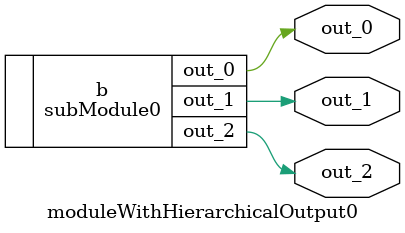
<source format=v>
module subModule0(output out_0, output out_1, output out_2);
  assign {out_2, out_1, out_0} = 0;
endmodule

module moduleWithHierarchicalOutput0(output out_0, output out_1, output out_2);
  subModule0 b(out_0, out_1, out_2);
endmodule


</source>
